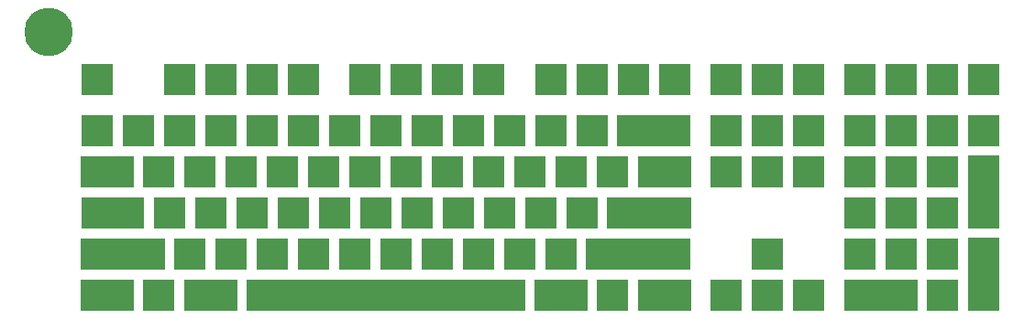
<source format=gbr>
G04 #@! TF.GenerationSoftware,KiCad,Pcbnew,(5.1.10-1-10_14)*
G04 #@! TF.CreationDate,2021-08-20T11:59:55-05:00*
G04 #@! TF.ProjectId,PCB-Keychains,5043422d-4b65-4796-9368-61696e732e6b,rev?*
G04 #@! TF.SameCoordinates,Original*
G04 #@! TF.FileFunction,Soldermask,Top*
G04 #@! TF.FilePolarity,Negative*
%FSLAX46Y46*%
G04 Gerber Fmt 4.6, Leading zero omitted, Abs format (unit mm)*
G04 Created by KiCad (PCBNEW (5.1.10-1-10_14)) date 2021-08-20 11:59:55*
%MOMM*%
%LPD*%
G01*
G04 APERTURE LIST*
%ADD10C,4.500000*%
%ADD11R,3.000000X3.000000*%
%ADD12R,3.000000X6.810000*%
%ADD13R,4.905000X3.000000*%
%ADD14R,7.762500X3.000000*%
%ADD15R,5.857500X3.000000*%
%ADD16R,6.810000X3.000000*%
%ADD17R,25.860000X3.000000*%
%ADD18R,9.667500X3.000000*%
G04 APERTURE END LIST*
D10*
X12691250Y-135636250D03*
D11*
X87630000Y-140017500D03*
X95250000Y-140017500D03*
X91440000Y-140017500D03*
X99060000Y-140017500D03*
X95250000Y-152400000D03*
X95250000Y-144780000D03*
X95250000Y-156210000D03*
X99060000Y-144780000D03*
X87630000Y-152400000D03*
X91440000Y-156210000D03*
X87630000Y-148590000D03*
X91440000Y-152400000D03*
D12*
X99060000Y-158115000D03*
D11*
X87630000Y-144780000D03*
X95250000Y-148590000D03*
X87630000Y-156210000D03*
X95250000Y-160020000D03*
D12*
X99060000Y-150495000D03*
D11*
X91440000Y-144780000D03*
X91440000Y-148590000D03*
X55245000Y-144780000D03*
X24765000Y-144780000D03*
X36195000Y-144780000D03*
X28575000Y-144780000D03*
X32385000Y-144780000D03*
X43815000Y-144780000D03*
X40005000Y-144780000D03*
X51435000Y-144780000D03*
X62865000Y-144780000D03*
X34290000Y-148590000D03*
D13*
X18097500Y-148590000D03*
D11*
X22860000Y-148590000D03*
X58102500Y-152400000D03*
X49530000Y-148590000D03*
X59055000Y-144780000D03*
X27622500Y-152400000D03*
X26670000Y-148590000D03*
X50482500Y-152400000D03*
X64770000Y-148590000D03*
X38100000Y-148590000D03*
X57150000Y-148590000D03*
D13*
X69532500Y-148590000D03*
D11*
X53340000Y-148590000D03*
D14*
X68103750Y-152400000D03*
D11*
X35242500Y-152400000D03*
X41910000Y-148590000D03*
X30480000Y-148590000D03*
X45720000Y-148590000D03*
X60960000Y-148590000D03*
D15*
X18573750Y-152400000D03*
D11*
X23812500Y-152400000D03*
X61912500Y-152400000D03*
X31432500Y-152400000D03*
X46672500Y-152400000D03*
X47625000Y-144780000D03*
X54292500Y-152400000D03*
X42862500Y-152400000D03*
D16*
X68580000Y-144780000D03*
D11*
X79057500Y-148590000D03*
X75247500Y-160020000D03*
X48577500Y-156210000D03*
X17145000Y-144780000D03*
X60007500Y-156210000D03*
D13*
X18097500Y-160020000D03*
D11*
X79057500Y-140017500D03*
D17*
X43815000Y-160020000D03*
D13*
X60007500Y-160020000D03*
D11*
X41910000Y-140017500D03*
X44767500Y-156210000D03*
X82867500Y-148590000D03*
X79057500Y-160020000D03*
X29527500Y-156210000D03*
X40957500Y-156210000D03*
D18*
X67151250Y-156210000D03*
D11*
X17145000Y-140017500D03*
X52387500Y-156210000D03*
X33337500Y-156210000D03*
X56197500Y-156210000D03*
X82867500Y-160020000D03*
X25717500Y-156210000D03*
X75247500Y-144780000D03*
D13*
X27622500Y-160020000D03*
D11*
X82867500Y-144780000D03*
X75247500Y-140017500D03*
X79057500Y-144780000D03*
X37147500Y-156210000D03*
X79057500Y-156210000D03*
D14*
X19526250Y-156210000D03*
D11*
X39052500Y-152400000D03*
X82867500Y-140017500D03*
D13*
X69532500Y-160020000D03*
D11*
X24765000Y-140017500D03*
X75247500Y-148590000D03*
X59055000Y-140017500D03*
X66675000Y-140017500D03*
X62865000Y-140017500D03*
X45720000Y-140017500D03*
X49530000Y-140017500D03*
X53340000Y-140017500D03*
X70485000Y-140017500D03*
X20955000Y-144780000D03*
X36195000Y-140017500D03*
X32385000Y-140017500D03*
X28575000Y-140017500D03*
D16*
X89535000Y-160020000D03*
D11*
X22860000Y-160020000D03*
X64770000Y-160020000D03*
M02*

</source>
